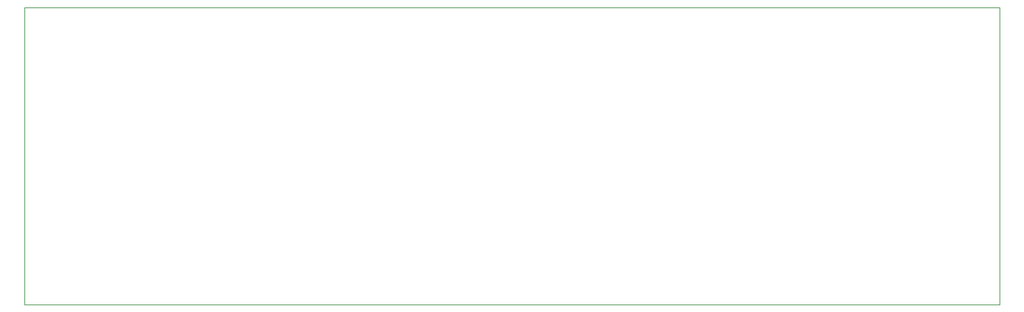
<source format=gbr>
%TF.GenerationSoftware,KiCad,Pcbnew,(5.1.9-0-10_14)*%
%TF.CreationDate,2021-05-21T22:27:02-04:00*%
%TF.ProjectId,RAM,52414d2e-6b69-4636-9164-5f7063625858,rev?*%
%TF.SameCoordinates,Original*%
%TF.FileFunction,Profile,NP*%
%FSLAX46Y46*%
G04 Gerber Fmt 4.6, Leading zero omitted, Abs format (unit mm)*
G04 Created by KiCad (PCBNEW (5.1.9-0-10_14)) date 2021-05-21 22:27:02*
%MOMM*%
%LPD*%
G01*
G04 APERTURE LIST*
%TA.AperFunction,Profile*%
%ADD10C,0.050000*%
%TD*%
G04 APERTURE END LIST*
D10*
X194310000Y-101346000D02*
X194310000Y-97790000D01*
X72644000Y-101346000D02*
X194310000Y-101346000D01*
X72644000Y-97790000D02*
X72644000Y-101346000D01*
X194310000Y-64262000D02*
X72644000Y-64262000D01*
X194310000Y-65278000D02*
X194310000Y-64262000D01*
X72644000Y-64262000D02*
X72644000Y-65278000D01*
X194310000Y-97790000D02*
X194310000Y-65278000D01*
X72644000Y-65278000D02*
X72644000Y-97790000D01*
M02*

</source>
